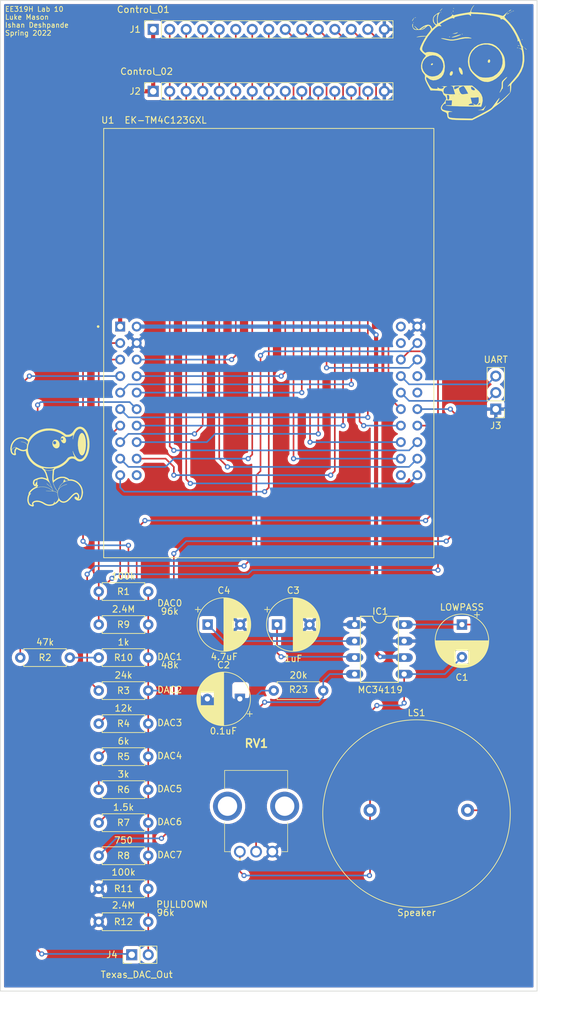
<source format=kicad_pcb>
(kicad_pcb (version 20171130) (host pcbnew "(5.1.9)-1")
  (layers (0 F.Cu signal) (31 B.Cu signal) (34 B.Paste user) (35 F.Paste user) (36 B.SilkS user) (37 F.SilkS user) (38 B.Mask user) (39 F.Mask user) (44 Edge.Cuts user))
  (net 0 "")
  (net 1 "Net-(C1-Pad1)")
  (net 2 "Net-(C1-Pad2)")
  (net 3 "Net-(C2-Pad1)")
  (net 4 "Net-(C3-Pad1)")
  (net 5 GND)
  (net 6 "Net-(C4-Pad1)")
  (net 7 "Net-(IC1-Pad4)")
  (net 8 +5V)
  (net 9 +3V3)
  (net 10 /MISO)
  (net 11 /SCK)
  (net 12 /MOSI)
  (net 13 /TFT_CS)
  (net 14 /CARD_CS)
  (net 15 /D_C)
  (net 16 /RESET)
  (net 17 /A1)
  (net 18 /B1)
  (net 19 /J1_X)
  (net 20 /J1_Y)
  (net 21 /BL1)
  (net 22 /BR1)
  (net 23 /BR2)
  (net 24 /BL2)
  (net 25 /J2_Y)
  (net 26 /J2_X)
  (net 27 /B2)
  (net 28 /A2)
  (net 29 /DAC0)
  (net 30 "Net-(R10-Pad2)")
  (net 31 /DAC1)
  (net 32 /DAC2)
  (net 33 /DAC3)
  (net 34 /DAC4)
  (net 35 /DAC5)
  (net 36 /DAC6)
  (net 37 /DAC7)
  (net 38 "Net-(U1-PadJ2_5)")
  (net 39 "Net-(U1-PadJ4_10)")
  (net 40 /DACOUT)
  (net 41 "Net-(J3-Pad3)")
  (net 42 "Net-(J3-Pad2)")
  (net 43 /TEXAS)
  (net 44 "Net-(U1-PadJ4_1)")
  (net 45 "Net-(U1-PadJ4_2)")
  (net 46 "Net-(U1-PadJ2_4)")
  (net 47 "Net-(U1-PadJ3_10)")
  (module Logos:peashooter (layer F.Cu) (at 26.67 84.455)
    (fp_text reference G*** hide)
    (fp_text value PEASHOOTER hide)
  )
  (module Logos:zombie (layer F.Cu) (at 91.44 22.225)
    (fp_text reference G*** hide)
    (fp_text value ZOMBIE hide)
  )
  (module EK-TM4C123GXL:MODULE_EK-TM4C123GXL (layer F.Cu) (at 60.325 65.405)
    (fp_text reference U1 (at -24.765 -34.29) (layer F.SilkS))
    (fp_text value EK-TM4C123GXL (at -15.875 -34.29) (layer F.SilkS))
    (pad J1_1 thru_hole rect (at -22.86 -2.54) (size 1.52 1.52) (drill 0.89) (layers *.Cu *.Mask) (net 9 +3V3))
    (pad J1_2 thru_hole circle (at -22.86 0) (size 1.52 1.52) (drill 0.89) (layers *.Cu *.Mask) (net 35 /DAC5))
    (pad J1_3 thru_hole circle (at -22.86 2.54) (size 1.52 1.52) (drill 0.89) (layers *.Cu *.Mask) (net 29 /DAC0))
    (pad J1_4 thru_hole circle (at -22.86 5.08) (size 1.52 1.52) (drill 0.89) (layers *.Cu *.Mask) (net 31 /DAC1))
    (pad J1_5 thru_hole circle (at -22.86 7.62) (size 1.52 1.52) (drill 0.89) (layers *.Cu *.Mask) (net 24 /BL2))
    (pad J1_6 thru_hole circle (at -22.86 10.16) (size 1.52 1.52) (drill 0.89) (layers *.Cu *.Mask) (net 23 /BR2))
    (pad J1_7 thru_hole circle (at -22.86 12.7) (size 1.52 1.52) (drill 0.89) (layers *.Cu *.Mask) (net 34 /DAC4))
    (pad J1_8 thru_hole circle (at -22.86 15.24) (size 1.52 1.52) (drill 0.89) (layers *.Cu *.Mask) (net 12 /MOSI))
    (pad J1_9 thru_hole circle (at -22.86 17.78) (size 1.52 1.52) (drill 0.89) (layers *.Cu *.Mask) (net 15 /D_C))
    (pad J1_10 thru_hole circle (at -22.86 20.32) (size 1.52 1.52) (drill 0.89) (layers *.Cu *.Mask) (net 16 /RESET))
    (pad J2_1 thru_hole circle (at 22.86 -2.54) (size 1.52 1.52) (drill 0.89) (layers *.Cu *.Mask) (net 5 GND))
    (pad J3_1 thru_hole circle (at -20.32 -2.54) (size 1.52 1.52) (drill 0.89) (layers *.Cu *.Mask) (net 8 +5V))
    (pad J4_1 thru_hole circle (at 20.32 -2.54) (size 1.52 1.52) (drill 0.89) (layers *.Cu *.Mask) (net 44 "Net-(U1-PadJ4_1)"))
    (pad J2_2 thru_hole circle (at 22.86 0) (size 1.52 1.52) (drill 0.89) (layers *.Cu *.Mask) (net 32 /DAC2))
    (pad J3_2 thru_hole circle (at -20.32 0) (size 1.52 1.52) (drill 0.89) (layers *.Cu *.Mask) (net 5 GND))
    (pad J4_2 thru_hole circle (at 20.32 0) (size 1.52 1.52) (drill 0.89) (layers *.Cu *.Mask) (net 45 "Net-(U1-PadJ4_2)"))
    (pad J2_3 thru_hole circle (at 22.86 2.54) (size 1.52 1.52) (drill 0.89) (layers *.Cu *.Mask) (net 19 /J1_X))
    (pad J3_3 thru_hole circle (at -20.32 2.54) (size 1.52 1.52) (drill 0.89) (layers *.Cu *.Mask) (net 14 /CARD_CS))
    (pad J4_3 thru_hole circle (at 20.32 2.54) (size 1.52 1.52) (drill 0.89) (layers *.Cu *.Mask) (net 33 /DAC3))
    (pad J2_4 thru_hole circle (at 22.86 5.08) (size 1.52 1.52) (drill 0.89) (layers *.Cu *.Mask) (net 46 "Net-(U1-PadJ2_4)"))
    (pad J3_4 thru_hole circle (at -20.32 5.08) (size 1.52 1.52) (drill 0.89) (layers *.Cu *.Mask) (net 28 /A2))
    (pad J4_4 thru_hole circle (at 20.32 5.08) (size 1.52 1.52) (drill 0.89) (layers *.Cu *.Mask) (net 41 "Net-(J3-Pad3)"))
    (pad J2_5 thru_hole circle (at 22.86 7.62) (size 1.52 1.52) (drill 0.89) (layers *.Cu *.Mask) (net 38 "Net-(U1-PadJ2_5)"))
    (pad J3_5 thru_hole circle (at -20.32 7.62) (size 1.52 1.52) (drill 0.89) (layers *.Cu *.Mask) (net 27 /B2))
    (pad J4_5 thru_hole circle (at 20.32 7.62) (size 1.52 1.52) (drill 0.89) (layers *.Cu *.Mask) (net 42 "Net-(J3-Pad2)"))
    (pad J2_6 thru_hole circle (at 22.86 10.16) (size 1.52 1.52) (drill 0.89) (layers *.Cu *.Mask) (net 37 /DAC7))
    (pad J3_6 thru_hole circle (at -20.32 10.16) (size 1.52 1.52) (drill 0.89) (layers *.Cu *.Mask) (net 43 /TEXAS))
    (pad J4_6 thru_hole circle (at 20.32 10.16) (size 1.52 1.52) (drill 0.89) (layers *.Cu *.Mask) (net 22 /BR1))
    (pad J2_7 thru_hole circle (at 22.86 12.7) (size 1.52 1.52) (drill 0.89) (layers *.Cu *.Mask) (net 36 /DAC6))
    (pad J3_7 thru_hole circle (at -20.32 12.7) (size 1.52 1.52) (drill 0.89) (layers *.Cu *.Mask) (net 20 /J1_Y))
    (pad J4_7 thru_hole circle (at 20.32 12.7) (size 1.52 1.52) (drill 0.89) (layers *.Cu *.Mask) (net 21 /BL1))
    (pad J2_8 thru_hole circle (at 22.86 15.24) (size 1.52 1.52) (drill 0.89) (layers *.Cu *.Mask) (net 10 /MISO))
    (pad J3_8 thru_hole circle (at -20.32 15.24) (size 1.52 1.52) (drill 0.89) (layers *.Cu *.Mask) (net 26 /J2_X))
    (pad J4_8 thru_hole circle (at 20.32 15.24) (size 1.52 1.52) (drill 0.89) (layers *.Cu *.Mask) (net 18 /B1))
    (pad J2_9 thru_hole circle (at 22.86 17.78) (size 1.52 1.52) (drill 0.89) (layers *.Cu *.Mask) (net 13 /TFT_CS))
    (pad J3_9 thru_hole circle (at -20.32 17.78) (size 1.52 1.52) (drill 0.89) (layers *.Cu *.Mask) (net 25 /J2_Y))
    (pad J4_9 thru_hole circle (at 20.32 17.78) (size 1.52 1.52) (drill 0.89) (layers *.Cu *.Mask) (net 17 /A1))
    (pad J2_10 thru_hole circle (at 22.86 20.32) (size 1.52 1.52) (drill 0.89) (layers *.Cu *.Mask) (net 11 /SCK))
    (pad J3_10 thru_hole circle (at -20.32 20.32) (size 1.52 1.52) (drill 0.89) (layers *.Cu *.Mask) (net 47 "Net-(U1-PadJ3_10)"))
    (pad J4_10 thru_hole circle (at 20.32 20.32) (size 1.52 1.52) (drill 0.89) (layers *.Cu *.Mask) (net 39 "Net-(U1-PadJ4_10)"))
  )
  (module AST-03008MR-R:AST-03008MR-R (layer F.Cu) (at 83.058 137.287)
    (fp_text reference LS1 (at 0 -15) (layer F.SilkS))
    (fp_text value Speaker (at 0 15.748) (layer F.SilkS))
    (pad 2 thru_hole circle (at 7.85 0) (size 2 2) (drill 1) (layers *.Cu *.Mask) (net 1 "Net-(C1-Pad1)"))
    (pad 1 thru_hole circle (at -7.15 0) (size 2 2) (drill 1) (layers *.Cu *.Mask) (net 2 "Net-(C1-Pad2)"))
  )
  (module Resistor_THT:R_Axial_DIN0207_L6.3mm_D2.5mm_P7.62mm_Horizontal (layer F.Cu) (at 34.163 154.432)
    (fp_text reference R12 (at 3.81 0) (layer F.SilkS))
    (fp_text value 2.4M (at 3.81 -2.54) (layer F.SilkS))
    (pad 2 thru_hole oval (at 7.62 0) (size 1.6 1.6) (drill 0.8) (layers *.Cu *.Mask) (net 40 /DACOUT))
    (pad 1 thru_hole circle (at 0 0) (size 1.6 1.6) (drill 0.8) (layers *.Cu *.Mask) (net 5 GND))
  )
  (module Resistor_THT:R_Axial_DIN0207_L6.3mm_D2.5mm_P7.62mm_Horizontal (layer F.Cu) (at 34.163 149.352)
    (fp_text reference R11 (at 3.81 0) (layer F.SilkS))
    (fp_text value 100k (at 3.81 -2.54) (layer F.SilkS))
    (pad 2 thru_hole oval (at 7.62 0) (size 1.6 1.6) (drill 0.8) (layers *.Cu *.Mask) (net 40 /DACOUT))
    (pad 1 thru_hole circle (at 0 0) (size 1.6 1.6) (drill 0.8) (layers *.Cu *.Mask) (net 5 GND))
  )
  (module Resistor_THT:R_Axial_DIN0207_L6.3mm_D2.5mm_P7.62mm_Horizontal (layer F.Cu) (at 41.783 103.632 180)
    (fp_text reference R1 (at 3.81 0) (layer F.SilkS))
    (fp_text value 100k (at 3.81 2.37) (layer F.SilkS))
    (pad 2 thru_hole oval (at 7.62 0 180) (size 1.6 1.6) (drill 0.8) (layers *.Cu *.Mask) (net 29 /DAC0))
    (pad 1 thru_hole circle (at 0 0 180) (size 1.6 1.6) (drill 0.8) (layers *.Cu *.Mask) (net 40 /DACOUT))
  )
  (module Resistor_THT:R_Axial_DIN0207_L6.3mm_D2.5mm_P7.62mm_Horizontal (layer F.Cu) (at 29.718 113.792 180)
    (fp_text reference R2 (at 3.81 0) (layer F.SilkS))
    (fp_text value 47k (at 3.81 2.37) (layer F.SilkS))
    (pad 2 thru_hole oval (at 7.62 0 180) (size 1.6 1.6) (drill 0.8) (layers *.Cu *.Mask) (net 31 /DAC1))
    (pad 1 thru_hole circle (at 0 0 180) (size 1.6 1.6) (drill 0.8) (layers *.Cu *.Mask) (net 30 "Net-(R10-Pad2)"))
  )
  (module Resistor_THT:R_Axial_DIN0207_L6.3mm_D2.5mm_P7.62mm_Horizontal (layer F.Cu) (at 41.783 118.872 180)
    (fp_text reference R3 (at 3.81 0) (layer F.SilkS))
    (fp_text value 24k (at 3.81 2.37) (layer F.SilkS))
    (pad 2 thru_hole oval (at 7.62 0 180) (size 1.6 1.6) (drill 0.8) (layers *.Cu *.Mask) (net 32 /DAC2))
    (pad 1 thru_hole circle (at 0 0 180) (size 1.6 1.6) (drill 0.8) (layers *.Cu *.Mask) (net 40 /DACOUT))
  )
  (module Resistor_THT:R_Axial_DIN0207_L6.3mm_D2.5mm_P7.62mm_Horizontal (layer F.Cu) (at 41.783 123.952 180)
    (fp_text reference R4 (at 3.81 0) (layer F.SilkS))
    (fp_text value 12k (at 3.81 2.37) (layer F.SilkS))
    (pad 2 thru_hole oval (at 7.62 0 180) (size 1.6 1.6) (drill 0.8) (layers *.Cu *.Mask) (net 33 /DAC3))
    (pad 1 thru_hole circle (at 0 0 180) (size 1.6 1.6) (drill 0.8) (layers *.Cu *.Mask) (net 40 /DACOUT))
  )
  (module Resistor_THT:R_Axial_DIN0207_L6.3mm_D2.5mm_P7.62mm_Horizontal (layer F.Cu) (at 41.783 129.032 180)
    (fp_text reference R5 (at 3.81 0) (layer F.SilkS))
    (fp_text value 6k (at 3.81 2.37) (layer F.SilkS))
    (pad 2 thru_hole oval (at 7.62 0 180) (size 1.6 1.6) (drill 0.8) (layers *.Cu *.Mask) (net 34 /DAC4))
    (pad 1 thru_hole circle (at 0 0 180) (size 1.6 1.6) (drill 0.8) (layers *.Cu *.Mask) (net 40 /DACOUT))
  )
  (module Resistor_THT:R_Axial_DIN0207_L6.3mm_D2.5mm_P7.62mm_Horizontal (layer F.Cu) (at 41.783 134.112 180)
    (fp_text reference R6 (at 3.81 0) (layer F.SilkS))
    (fp_text value 3k (at 3.81 2.37) (layer F.SilkS))
    (pad 2 thru_hole oval (at 7.62 0 180) (size 1.6 1.6) (drill 0.8) (layers *.Cu *.Mask) (net 35 /DAC5))
    (pad 1 thru_hole circle (at 0 0 180) (size 1.6 1.6) (drill 0.8) (layers *.Cu *.Mask) (net 40 /DACOUT))
  )
  (module Resistor_THT:R_Axial_DIN0207_L6.3mm_D2.5mm_P7.62mm_Horizontal (layer F.Cu) (at 41.783 139.192 180)
    (fp_text reference R7 (at 3.81 0) (layer F.SilkS))
    (fp_text value 1.5k (at 3.81 2.37) (layer F.SilkS))
    (pad 2 thru_hole oval (at 7.62 0 180) (size 1.6 1.6) (drill 0.8) (layers *.Cu *.Mask) (net 36 /DAC6))
    (pad 1 thru_hole circle (at 0 0 180) (size 1.6 1.6) (drill 0.8) (layers *.Cu *.Mask) (net 40 /DACOUT))
  )
  (module Resistor_THT:R_Axial_DIN0207_L6.3mm_D2.5mm_P7.62mm_Horizontal (layer F.Cu) (at 41.783 144.272 180)
    (fp_text reference R8 (at 3.81 0) (layer F.SilkS))
    (fp_text value 750 (at 3.81 2.37) (layer F.SilkS))
    (pad 2 thru_hole oval (at 7.62 0 180) (size 1.6 1.6) (drill 0.8) (layers *.Cu *.Mask) (net 37 /DAC7))
    (pad 1 thru_hole circle (at 0 0 180) (size 1.6 1.6) (drill 0.8) (layers *.Cu *.Mask) (net 40 /DACOUT))
  )
  (module Resistor_THT:R_Axial_DIN0207_L6.3mm_D2.5mm_P7.62mm_Horizontal (layer F.Cu) (at 41.783 108.712 180)
    (fp_text reference R9 (at 3.81 0) (layer F.SilkS))
    (fp_text value 2.4M (at 3.81 2.37) (layer F.SilkS))
    (pad 2 thru_hole oval (at 7.62 0 180) (size 1.6 1.6) (drill 0.8) (layers *.Cu *.Mask) (net 29 /DAC0))
    (pad 1 thru_hole circle (at 0 0 180) (size 1.6 1.6) (drill 0.8) (layers *.Cu *.Mask) (net 40 /DACOUT))
  )
  (module Resistor_THT:R_Axial_DIN0207_L6.3mm_D2.5mm_P7.62mm_Horizontal (layer F.Cu) (at 41.783 113.792 180)
    (fp_text reference R10 (at 3.81 0) (layer F.SilkS))
    (fp_text value 1k (at 3.81 2.37) (layer F.SilkS))
    (pad 2 thru_hole oval (at 7.62 0 180) (size 1.6 1.6) (drill 0.8) (layers *.Cu *.Mask) (net 30 "Net-(R10-Pad2)"))
    (pad 1 thru_hole circle (at 0 0 180) (size 1.6 1.6) (drill 0.8) (layers *.Cu *.Mask) (net 40 /DACOUT))
  )
  (module Resistor_THT:R_Axial_DIN0207_L6.3mm_D2.5mm_P7.62mm_Horizontal (layer F.Cu) (at 68.707 118.872 180)
    (fp_text reference R23 (at 3.81 0.17) (layer F.SilkS))
    (fp_text value 20k (at 3.81 2.37) (layer F.SilkS))
    (pad 2 thru_hole oval (at 7.62 0 180) (size 1.6 1.6) (drill 0.8) (layers *.Cu *.Mask) (net 3 "Net-(C2-Pad1)"))
    (pad 1 thru_hole circle (at 0 0 180) (size 1.6 1.6) (drill 0.8) (layers *.Cu *.Mask) (net 7 "Net-(IC1-Pad4)"))
  )
  (module Connector_PinHeader_2.54mm:PinHeader_1x02_P2.54mm_Vertical (layer F.Cu) (at 39.243 159.512 90)
    (fp_text reference J4 (at 0 -3.048 180) (layer F.SilkS))
    (fp_text value Texas_DAC_Out (at -3.048 0.762 180) (layer F.SilkS))
    (pad 1 thru_hole rect (at 0 0 90) (size 1.7 1.7) (drill 1) (layers *.Cu *.Mask) (net 43 /TEXAS))
    (pad 2 thru_hole oval (at 0 2.54 90) (size 1.7 1.7) (drill 1) (layers *.Cu *.Mask) (net 40 /DACOUT))
  )
  (module Connector_PinHeader_2.54mm:PinHeader_1x03_P2.54mm_Vertical (layer F.Cu) (at 95.25 75.565 180)
    (fp_text reference J3 (at 0 -2.54) (layer F.SilkS))
    (fp_text value UART (at 0 7.62) (layer F.SilkS))
    (pad 1 thru_hole rect (at 0 0 180) (size 1.7 1.7) (drill 1) (layers *.Cu *.Mask) (net 5 GND))
    (pad 2 thru_hole oval (at 0 2.54 180) (size 1.7 1.7) (drill 1) (layers *.Cu *.Mask) (net 42 "Net-(J3-Pad2)"))
    (pad 3 thru_hole oval (at 0 5.08 180) (size 1.7 1.7) (drill 1) (layers *.Cu *.Mask) (net 41 "Net-(J3-Pad3)"))
  )
  (module Capacitor_THT:CP_Radial_D8.0mm_P5.00mm (layer F.Cu) (at 90.043 108.712 270)
    (fp_text reference C1 (at 8.128 0 180) (layer F.SilkS))
    (fp_text value LOWPASS (at -2.667 0 180) (layer F.SilkS))
    (pad 1 thru_hole rect (at 0 0 270) (size 1.6 1.6) (drill 0.8) (layers *.Cu *.Mask) (net 1 "Net-(C1-Pad1)"))
    (pad 2 thru_hole circle (at 5 0 270) (size 1.6 1.6) (drill 0.8) (layers *.Cu *.Mask) (net 2 "Net-(C1-Pad2)"))
  )
  (module Capacitor_THT:CP_Radial_D8.0mm_P5.00mm (layer F.Cu) (at 55.88 120.142 180)
    (fp_text reference C2 (at 2.5 5.207) (layer F.SilkS))
    (fp_text value 0.1uF (at 2.54 -4.953) (layer F.SilkS))
    (pad 2 thru_hole circle (at 5 0 180) (size 1.6 1.6) (drill 0.8) (layers *.Cu *.Mask) (net 40 /DACOUT))
    (pad 1 thru_hole rect (at 0 0 180) (size 1.6 1.6) (drill 0.8) (layers *.Cu *.Mask) (net 3 "Net-(C2-Pad1)"))
  )
  (module Capacitor_THT:CP_Radial_D8.0mm_P5.00mm (layer F.Cu) (at 61.595 108.712)
    (fp_text reference C3 (at 2.5 -5.25) (layer F.SilkS))
    (fp_text value 1uF (at 2.5 5.25) (layer F.SilkS))
    (pad 1 thru_hole rect (at 0 0) (size 1.6 1.6) (drill 0.8) (layers *.Cu *.Mask) (net 4 "Net-(C3-Pad1)"))
    (pad 2 thru_hole circle (at 5 0) (size 1.6 1.6) (drill 0.8) (layers *.Cu *.Mask) (net 5 GND))
  )
  (module Capacitor_THT:CP_Radial_D8.0mm_P5.00mm (layer F.Cu) (at 50.927 108.712)
    (fp_text reference C4 (at 2.5 -5.25) (layer F.SilkS))
    (fp_text value 4.7uF (at 2.54 4.953) (layer F.SilkS))
    (pad 2 thru_hole circle (at 5 0) (size 1.6 1.6) (drill 0.8) (layers *.Cu *.Mask) (net 5 GND))
    (pad 1 thru_hole rect (at 0 0) (size 1.6 1.6) (drill 0.8) (layers *.Cu *.Mask) (net 6 "Net-(C4-Pad1)"))
  )
  (module MC34119:DIL08 (layer F.Cu) (at 77.343 112.522 270)
    (fp_text reference IC1 (at -5.842 -0.127) (layer F.SilkS) (effects (font (size 1.000685 1.000685))))
    (fp_text value MC34119 (at 6.223 -0.127 180) (layer F.SilkS) (effects (font (size 1.000307 1.000307))))
    (pad 1 thru_hole oval (at -3.81 3.81 270) (size 1.3208 2.6416) (drill 0.8128) (layers *.Cu *.Mask) (net 5 GND))
    (pad 2 thru_hole oval (at -1.27 3.81 270) (size 1.3208 2.6416) (drill 0.8128) (layers *.Cu *.Mask) (net 6 "Net-(C4-Pad1)"))
    (pad 7 thru_hole oval (at -1.27 -3.81 270) (size 1.3208 2.6416) (drill 0.8128) (layers *.Cu *.Mask) (net 5 GND))
    (pad 8 thru_hole oval (at -3.81 -3.81 270) (size 1.3208 2.6416) (drill 0.8128) (layers *.Cu *.Mask) (net 1 "Net-(C1-Pad1)"))
    (pad 3 thru_hole oval (at 1.27 3.81 270) (size 1.3208 2.6416) (drill 0.8128) (layers *.Cu *.Mask) (net 4 "Net-(C3-Pad1)"))
    (pad 4 thru_hole oval (at 3.81 3.81 270) (size 1.3208 2.6416) (drill 0.8128) (layers *.Cu *.Mask) (net 7 "Net-(IC1-Pad4)"))
    (pad 6 thru_hole oval (at 1.27 -3.81 270) (size 1.3208 2.6416) (drill 0.8128) (layers *.Cu *.Mask) (net 8 +5V))
    (pad 5 thru_hole oval (at 3.81 -3.81 270) (size 1.3208 2.6416) (drill 0.8128) (layers *.Cu *.Mask) (net 2 "Net-(C1-Pad2)"))
  )
  (module Connector_PinSocket_2.54mm:PinSocket_1x15_P2.54mm_Vertical (layer F.Cu) (at 42.545 17.145 90)
    (fp_text reference J1 (at 0 -2.77 180) (layer F.SilkS))
    (fp_text value Control_01 (at 3.048 -1.524 180) (layer F.SilkS))
    (pad 1 thru_hole rect (at 0 0 90) (size 1.7 1.7) (drill 1) (layers *.Cu *.Mask) (net 9 +3V3))
    (pad 2 thru_hole oval (at 0 2.54 90) (size 1.7 1.7) (drill 1) (layers *.Cu *.Mask) (net 10 /MISO))
    (pad 3 thru_hole oval (at 0 5.08 90) (size 1.7 1.7) (drill 1) (layers *.Cu *.Mask) (net 11 /SCK))
    (pad 4 thru_hole oval (at 0 7.62 90) (size 1.7 1.7) (drill 1) (layers *.Cu *.Mask) (net 12 /MOSI))
    (pad 5 thru_hole oval (at 0 10.16 90) (size 1.7 1.7) (drill 1) (layers *.Cu *.Mask) (net 13 /TFT_CS))
    (pad 6 thru_hole oval (at 0 12.7 90) (size 1.7 1.7) (drill 1) (layers *.Cu *.Mask) (net 14 /CARD_CS))
    (pad 7 thru_hole oval (at 0 15.24 90) (size 1.7 1.7) (drill 1) (layers *.Cu *.Mask) (net 15 /D_C))
    (pad 8 thru_hole oval (at 0 17.78 90) (size 1.7 1.7) (drill 1) (layers *.Cu *.Mask) (net 16 /RESET))
    (pad 9 thru_hole oval (at 0 20.32 90) (size 1.7 1.7) (drill 1) (layers *.Cu *.Mask) (net 17 /A1))
    (pad 10 thru_hole oval (at 0 22.86 90) (size 1.7 1.7) (drill 1) (layers *.Cu *.Mask) (net 18 /B1))
    (pad 11 thru_hole oval (at 0 25.4 90) (size 1.7 1.7) (drill 1) (layers *.Cu *.Mask) (net 19 /J1_X))
    (pad 12 thru_hole oval (at 0 27.94 90) (size 1.7 1.7) (drill 1) (layers *.Cu *.Mask) (net 20 /J1_Y))
    (pad 13 thru_hole oval (at 0 30.48 90) (size 1.7 1.7) (drill 1) (layers *.Cu *.Mask) (net 21 /BL1))
    (pad 14 thru_hole oval (at 0 33.02 90) (size 1.7 1.7) (drill 1) (layers *.Cu *.Mask) (net 22 /BR1))
    (pad 15 thru_hole oval (at 0 35.56 90) (size 1.7 1.7) (drill 1) (layers *.Cu *.Mask) (net 5 GND))
  )
  (module Connector_PinSocket_2.54mm:PinSocket_1x15_P2.54mm_Vertical (layer F.Cu) (at 42.545 26.67 90)
    (fp_text reference J2 (at 0 -2.77 180) (layer F.SilkS))
    (fp_text value Control_02 (at 3.048 -1.016 180) (layer F.SilkS))
    (pad 15 thru_hole oval (at 0 35.56 90) (size 1.7 1.7) (drill 1) (layers *.Cu *.Mask) (net 5 GND))
    (pad 14 thru_hole oval (at 0 33.02 90) (size 1.7 1.7) (drill 1) (layers *.Cu *.Mask) (net 23 /BR2))
    (pad 13 thru_hole oval (at 0 30.48 90) (size 1.7 1.7) (drill 1) (layers *.Cu *.Mask) (net 24 /BL2))
    (pad 12 thru_hole oval (at 0 27.94 90) (size 1.7 1.7) (drill 1) (layers *.Cu *.Mask) (net 25 /J2_Y))
    (pad 11 thru_hole oval (at 0 25.4 90) (size 1.7 1.7) (drill 1) (layers *.Cu *.Mask) (net 26 /J2_X))
    (pad 10 thru_hole oval (at 0 22.86 90) (size 1.7 1.7) (drill 1) (layers *.Cu *.Mask) (net 27 /B2))
    (pad 9 thru_hole oval (at 0 20.32 90) (size 1.7 1.7) (drill 1) (layers *.Cu *.Mask) (net 28 /A2))
    (pad 8 thru_hole oval (at 0 17.78 90) (size 1.7 1.7) (drill 1) (layers *.Cu *.Mask) (net 16 /RESET))
    (pad 7 thru_hole oval (at 0 15.24 90) (size 1.7 1.7) (drill 1) (layers *.Cu *.Mask) (net 15 /D_C))
    (pad 6 thru_hole oval (at 0 12.7 90) (size 1.7 1.7) (drill 1) (layers *.Cu *.Mask) (net 14 /CARD_CS))
    (pad 5 thru_hole oval (at 0 10.16 90) (size 1.7 1.7) (drill 1) (layers *.Cu *.Mask) (net 13 /TFT_CS))
    (pad 4 thru_hole oval (at 0 7.62 90) (size 1.7 1.7) (drill 1) (layers *.Cu *.Mask) (net 12 /MOSI))
    (pad 3 thru_hole oval (at 0 5.08 90) (size 1.7 1.7) (drill 1) (layers *.Cu *.Mask) (net 11 /SCK))
    (pad 2 thru_hole oval (at 0 2.54 90) (size 1.7 1.7) (drill 1) (layers *.Cu *.Mask) (net 10 /MISO))
    (pad 1 thru_hole rect (at 0 0 90) (size 1.7 1.7) (drill 1) (layers *.Cu *.Mask) (net 9 +3V3))
  )
  (module SamacSys_Parts:PTV09A4020FB103 (layer F.Cu) (at 58.375 138.052)
    (fp_text reference RV1 (at 0.045 -11.052) (layer F.SilkS) (effects (font (size 1.27 1.27) (thickness 0.254))))
    (fp_text value VOL_POT hide)
    (pad 1 thru_hole circle (at -2.5 5.6) (size 1.8 1.8) (drill 1.2) (layers *.Cu *.Mask) (net 2 "Net-(C1-Pad2)"))
    (pad 2 thru_hole circle (at 0 5.6) (size 1.8 1.8) (drill 1.2) (layers *.Cu *.Mask) (net 7 "Net-(IC1-Pad4)"))
    (pad 3 thru_hole circle (at 2.5 5.6) (size 1.8 1.8) (drill 1.2) (layers *.Cu *.Mask) (net 5 GND))
    (pad 4 thru_hole circle (at -4.4 -1.4) (size 4.46 4.46) (drill 2.9732) (layers *.Cu *.Mask))
    (pad 5 thru_hole circle (at 4.4 -1.4) (size 4.46 4.46) (drill 2.9732) (layers *.Cu *.Mask))
  )
  (gr_text "EE319H Lab 10\nLuke Mason\nIshan Deshpande\nSpring 2022" (at 19.685 15.875) (layer F.SilkS) (effects (font (size 0.762 0.762) (thickness 0.127)) (justify left)))
  (gr_text 96k (at 44.45 153.035) (layer F.SilkS) (effects (font (size 1 1))))
  (gr_text 48k (at 45.085 114.935) (layer F.SilkS) (effects (font (size 1 1))))
  (gr_text 96k (at 45.085 106.68) (layer F.SilkS) (effects (font (size 1 1))))
  (gr_text DAC0 (at 45.085 105.41) (layer F.SilkS) (effects (font (size 1 1))))
  (gr_text DAC1 (at 45.085 113.665) (layer F.SilkS) (effects (font (size 1 1))))
  (gr_text DAC2 (at 45.085 118.745) (layer F.SilkS) (effects (font (size 1 1))))
  (gr_text DAC3 (at 45.085 123.825) (layer F.SilkS) (effects (font (size 1 1))))
  (gr_text DAC4 (at 45.085 128.905) (layer F.SilkS) (effects (font (size 1 1))))
  (gr_text DAC5 (at 45.085 133.985) (layer F.SilkS) (effects (font (size 1 1))))
  (gr_text DAC6 (at 45.085 139.065) (layer F.SilkS) (effects (font (size 1 1))))
  (gr_text DAC7 (at 45.085 144.145) (layer F.SilkS) (effects (font (size 1 1))))
  (gr_text PULLDOWN (at 46.99 151.765) (layer F.SilkS) (effects (font (size 1 1))))
  (gr_line (start 101.6 12.7) (end 101.6 165.1) (layer Edge.Cuts) (width 0.1))
  (gr_line (start 19.05 12.7) (end 101.6 12.7) (layer Edge.Cuts) (width 0.1))
  (gr_line (start 19.05 165.1) (end 19.05 12.7) (layer Edge.Cuts) (width 0.1))
  (gr_line (start 101.6 165.1) (end 19.05 165.1) (layer Edge.Cuts) (width 0.1))
  (segment (start 90.908 137.287) (end 93.853 137.287) (width 0.25) (layer F.Cu) (net 1))
  (segment (start 93.853 137.287) (end 95.25 135.89) (width 0.25) (layer F.Cu) (net 1))
  (segment (start 95.25 135.89) (end 95.25 110.49) (width 0.25) (layer F.Cu) (net 1))
  (segment (start 93.472 108.712) (end 90.043 108.712) (width 0.25) (layer F.Cu) (net 1))
  (segment (start 95.25 110.49) (end 93.472 108.712) (width 0.25) (layer F.Cu) (net 1))
  (segment (start 90.043 108.712) (end 81.153 108.712) (width 0.25) (layer B.Cu) (net 1))
  (segment (start 55.875 143.652) (end 55.875 146.68) (width 0.25) (layer F.Cu) (net 2))
  (via (at 56.515 147.32) (size 0.8) (drill 0.4) (layers F.Cu B.Cu) (net 2))
  (segment (start 55.875 146.68) (end 56.515 147.32) (width 0.25) (layer F.Cu) (net 2))
  (via (at 75.819 147.32) (size 0.8) (drill 0.4) (layers F.Cu B.Cu) (net 2))
  (segment (start 75.908 147.231) (end 75.819 147.32) (width 0.25) (layer F.Cu) (net 2))
  (segment (start 75.908 137.287) (end 75.908 147.231) (width 0.25) (layer F.Cu) (net 2))
  (segment (start 75.819 147.32) (end 75.311 147.32) (width 0.25) (layer B.Cu) (net 2))
  (segment (start 75.311 147.32) (end 75.565 147.32) (width 0.25) (layer B.Cu) (net 2))
  (segment (start 56.515 147.32) (end 75.311 147.32) (width 0.25) (layer B.Cu) (net 2))
  (via (at 76.962 121.158) (size 0.8) (drill 0.4) (layers F.Cu B.Cu) (net 2))
  (segment (start 75.908 122.212) (end 76.962 121.158) (width 0.25) (layer F.Cu) (net 2))
  (segment (start 75.908 137.287) (end 75.908 122.212) (width 0.25) (layer F.Cu) (net 2))
  (via (at 81.153 120.777) (size 0.8) (drill 0.4) (layers F.Cu B.Cu) (net 2))
  (segment (start 80.772 121.158) (end 81.153 120.777) (width 0.25) (layer B.Cu) (net 2))
  (segment (start 76.962 121.158) (end 80.772 121.158) (width 0.25) (layer B.Cu) (net 2))
  (segment (start 81.153 120.777) (end 81.153 116.332) (width 0.25) (layer F.Cu) (net 2))
  (segment (start 87.423 116.332) (end 90.043 113.712) (width 0.25) (layer B.Cu) (net 2))
  (segment (start 81.153 116.332) (end 87.423 116.332) (width 0.25) (layer B.Cu) (net 2))
  (segment (start 55.88 120.142) (end 57.912 120.142) (width 0.25) (layer B.Cu) (net 3))
  (segment (start 59.182 118.872) (end 61.087 118.872) (width 0.25) (layer B.Cu) (net 3))
  (segment (start 57.912 120.142) (end 59.182 118.872) (width 0.25) (layer B.Cu) (net 3))
  (via (at 62.23 113.665) (size 0.8) (drill 0.4) (layers F.Cu B.Cu) (net 4))
  (segment (start 61.595 113.03) (end 62.23 113.665) (width 0.25) (layer F.Cu) (net 4))
  (segment (start 61.595 108.712) (end 61.595 113.03) (width 0.25) (layer F.Cu) (net 4))
  (segment (start 73.406 113.665) (end 73.533 113.792) (width 0.25) (layer B.Cu) (net 4))
  (segment (start 62.23 113.665) (end 73.406 113.665) (width 0.25) (layer B.Cu) (net 4))
  (segment (start 53.467 111.252) (end 73.533 111.252) (width 0.25) (layer B.Cu) (net 6))
  (segment (start 50.927 108.712) (end 53.467 111.252) (width 0.25) (layer B.Cu) (net 6))
  (segment (start 73.533 116.332) (end 69.723 116.332) (width 0.25) (layer B.Cu) (net 7))
  (segment (start 68.707 117.348) (end 68.707 118.872) (width 0.25) (layer B.Cu) (net 7))
  (segment (start 69.723 116.332) (end 68.707 117.348) (width 0.25) (layer B.Cu) (net 7))
  (via (at 59.69 120.65) (size 0.8) (drill 0.4) (layers F.Cu B.Cu) (net 7))
  (segment (start 58.375 121.965) (end 59.69 120.65) (width 0.25) (layer F.Cu) (net 7))
  (segment (start 58.375 143.652) (end 58.375 121.965) (width 0.25) (layer F.Cu) (net 7))
  (segment (start 68.707 119.888) (end 68.707 118.872) (width 0.25) (layer B.Cu) (net 7))
  (segment (start 67.945 120.65) (end 68.707 119.888) (width 0.25) (layer B.Cu) (net 7))
  (segment (start 59.69 120.65) (end 67.945 120.65) (width 0.25) (layer B.Cu) (net 7))
  (via (at 76.835 64.135) (size 0.8) (drill 0.4) (layers F.Cu B.Cu) (net 8))
  (segment (start 75.565 62.865) (end 76.835 64.135) (width 0.635) (layer B.Cu) (net 8))
  (segment (start 40.005 62.865) (end 75.565 62.865) (width 0.635) (layer B.Cu) (net 8))
  (segment (start 76.835 64.135) (end 76.835 109.855) (width 0.635) (layer F.Cu) (net 8))
  (via (at 77.47 113.665) (size 0.8) (drill 0.4) (layers F.Cu B.Cu) (net 8))
  (segment (start 76.835 113.03) (end 77.47 113.665) (width 0.635) (layer F.Cu) (net 8))
  (segment (start 76.835 109.855) (end 76.835 113.03) (width 0.635) (layer F.Cu) (net 8))
  (segment (start 81.026 113.665) (end 81.153 113.792) (width 0.635) (layer B.Cu) (net 8))
  (segment (start 77.47 113.665) (end 81.026 113.665) (width 0.635) (layer B.Cu) (net 8))
  (segment (start 42.545 17.145) (end 42.545 26.67) (width 0.635) (layer F.Cu) (net 9))
  (segment (start 42.545 26.67) (end 39.37 26.67) (width 0.635) (layer F.Cu) (net 9))
  (segment (start 37.465 28.575) (end 37.465 62.865) (width 0.635) (layer F.Cu) (net 9))
  (segment (start 39.37 26.67) (end 37.465 28.575) (width 0.635) (layer F.Cu) (net 9))
  (segment (start 45.085 17.145) (end 45.085 26.67) (width 0.25) (layer F.Cu) (net 10))
  (via (at 45.72 81.915) (size 0.8) (drill 0.4) (layers F.Cu B.Cu) (net 10))
  (segment (start 45.085 81.28) (end 45.72 81.915) (width 0.25) (layer F.Cu) (net 10))
  (segment (start 45.085 26.67) (end 45.085 81.28) (width 0.25) (layer F.Cu) (net 10))
  (segment (start 45.72 81.915) (end 81.915 81.915) (width 0.25) (layer B.Cu) (net 10))
  (segment (start 81.915 81.915) (end 83.185 80.645) (width 0.25) (layer B.Cu) (net 10))
  (segment (start 47.625 17.145) (end 47.625 26.67) (width 0.25) (layer F.Cu) (net 11))
  (via (at 48.26 86.995) (size 0.8) (drill 0.4) (layers F.Cu B.Cu) (net 11))
  (segment (start 47.625 86.36) (end 48.26 86.995) (width 0.25) (layer F.Cu) (net 11))
  (segment (start 47.625 26.67) (end 47.625 86.36) (width 0.25) (layer F.Cu) (net 11))
  (segment (start 81.915 86.995) (end 83.185 85.725) (width 0.25) (layer B.Cu) (net 11))
  (segment (start 48.26 86.995) (end 81.915 86.995) (width 0.25) (layer B.Cu) (net 11))
  (segment (start 50.165 17.145) (end 50.165 26.67) (width 0.25) (layer F.Cu) (net 12))
  (segment (start 50.165 78.105) (end 48.895 79.375) (width 0.25) (layer F.Cu) (net 12))
  (via (at 48.895 79.375) (size 0.8) (drill 0.4) (layers F.Cu B.Cu) (net 12))
  (segment (start 50.165 26.67) (end 50.165 78.105) (width 0.25) (layer F.Cu) (net 12))
  (segment (start 38.735 79.375) (end 37.465 80.645) (width 0.25) (layer B.Cu) (net 12))
  (segment (start 48.895 79.375) (end 38.735 79.375) (width 0.25) (layer B.Cu) (net 12))
  (segment (start 52.705 17.145) (end 52.705 26.67) (width 0.25) (layer F.Cu) (net 13))
  (via (at 53.975 84.455) (size 0.8) (drill 0.4) (layers F.Cu B.Cu) (net 13))
  (segment (start 52.705 83.185) (end 53.975 84.455) (width 0.25) (layer F.Cu) (net 13))
  (segment (start 52.705 26.67) (end 52.705 83.185) (width 0.25) (layer F.Cu) (net 13))
  (segment (start 53.975 84.455) (end 81.915 84.455) (width 0.25) (layer B.Cu) (net 13))
  (segment (start 81.915 84.455) (end 83.185 83.185) (width 0.25) (layer B.Cu) (net 13))
  (segment (start 55.245 17.145) (end 55.245 26.67) (width 0.25) (layer F.Cu) (net 14))
  (via (at 54.61 67.945) (size 0.8) (drill 0.4) (layers F.Cu B.Cu) (net 14))
  (segment (start 55.245 67.31) (end 54.61 67.945) (width 0.25) (layer F.Cu) (net 14))
  (segment (start 55.245 26.67) (end 55.245 67.31) (width 0.25) (layer F.Cu) (net 14))
  (segment (start 54.61 67.945) (end 40.005 67.945) (width 0.25) (layer B.Cu) (net 14))
  (segment (start 57.785 17.145) (end 57.785 26.67) (width 0.25) (layer F.Cu) (net 15))
  (segment (start 57.785 82.55) (end 57.15 83.185) (width 0.25) (layer F.Cu) (net 15))
  (via (at 57.15 83.185) (size 0.8) (drill 0.4) (layers F.Cu B.Cu) (net 15))
  (segment (start 57.785 26.67) (end 57.785 82.55) (width 0.25) (layer F.Cu) (net 15))
  (segment (start 57.15 83.185) (end 45.72 83.185) (width 0.25) (layer B.Cu) (net 15))
  (segment (start 45.72 83.185) (end 44.45 84.455) (width 0.25) (layer B.Cu) (net 15))
  (segment (start 38.1 83.82) (end 37.465 83.185) (width 0.25) (layer B.Cu) (net 15))
  (segment (start 38.1 83.82) (end 38.735 84.455) (width 0.25) (layer B.Cu) (net 15))
  (segment (start 44.45 84.455) (end 38.735 84.455) (width 0.25) (layer B.Cu) (net 15))
  (segment (start 60.325 17.145) (end 60.325 26.67) (width 0.25) (layer F.Cu) (net 16))
  (via (at 59.69 88.265) (size 0.8) (drill 0.4) (layers F.Cu B.Cu) (net 16))
  (segment (start 60.325 87.63) (end 59.69 88.265) (width 0.25) (layer F.Cu) (net 16))
  (segment (start 60.325 26.67) (end 60.325 87.63) (width 0.25) (layer F.Cu) (net 16))
  (segment (start 59.69 88.265) (end 38.1 88.265) (width 0.25) (layer B.Cu) (net 16))
  (segment (start 38.1 88.265) (end 37.465 87.63) (width 0.25) (layer B.Cu) (net 16))
  (segment (start 37.465 87.63) (end 37.465 85.725) (width 0.25) (layer B.Cu) (net 16))
  (segment (start 62.865 17.145) (end 64.135 18.415) (width 0.25) (layer F.Cu) (net 17))
  (via (at 64.135 83.185) (size 0.8) (drill 0.4) (layers F.Cu B.Cu) (net 17))
  (segment (start 64.135 18.415) (end 64.135 83.185) (width 0.25) (layer F.Cu) (net 17))
  (segment (start 64.135 83.185) (end 80.645 83.185) (width 0.25) (layer B.Cu) (net 17))
  (segment (start 65.405 17.145) (end 66.675 18.415) (width 0.25) (layer F.Cu) (net 18))
  (segment (start 66.675 18.415) (end 66.675 80.01) (width 0.25) (layer F.Cu) (net 18))
  (via (at 66.675 80.645) (size 0.8) (drill 0.4) (layers F.Cu B.Cu) (net 18))
  (segment (start 67.31 80.645) (end 80.645 80.645) (width 0.25) (layer B.Cu) (net 18))
  (segment (start 66.675 80.01) (end 66.675 80.645) (width 0.25) (layer F.Cu) (net 18))
  (segment (start 67.31 80.645) (end 66.675 80.645) (width 0.25) (layer B.Cu) (net 18))
  (via (at 69.215 69.215) (size 0.8) (drill 0.4) (layers F.Cu B.Cu) (net 19))
  (segment (start 81.915 69.215) (end 83.185 67.945) (width 0.25) (layer B.Cu) (net 19))
  (segment (start 70.485 69.215) (end 81.915 69.215) (width 0.25) (layer B.Cu) (net 19))
  (segment (start 69.215 67.945) (end 69.215 69.215) (width 0.25) (layer F.Cu) (net 19))
  (segment (start 69.215 18.415) (end 69.215 67.945) (width 0.25) (layer F.Cu) (net 19))
  (segment (start 67.945 17.145) (end 69.215 18.415) (width 0.25) (layer F.Cu) (net 19))
  (segment (start 70.485 69.215) (end 69.215 69.215) (width 0.25) (layer B.Cu) (net 19))
  (via (at 71.755 78.105) (size 0.8) (drill 0.4) (layers F.Cu B.Cu) (net 20))
  (segment (start 71.12 78.105) (end 40.005 78.105) (width 0.25) (layer B.Cu) (net 20))
  (segment (start 71.755 77.47) (end 71.755 78.105) (width 0.25) (layer F.Cu) (net 20))
  (segment (start 71.755 18.415) (end 71.755 77.47) (width 0.25) (layer F.Cu) (net 20))
  (segment (start 70.485 17.145) (end 71.755 18.415) (width 0.25) (layer F.Cu) (net 20))
  (segment (start 71.755 78.105) (end 71.12 78.105) (width 0.25) (layer B.Cu) (net 20))
  (segment (start 73.025 17.145) (end 74.295 18.415) (width 0.25) (layer F.Cu) (net 21))
  (via (at 74.93 78.105) (size 0.8) (drill 0.4) (layers F.Cu B.Cu) (net 21))
  (segment (start 74.295 77.47) (end 74.93 78.105) (width 0.25) (layer F.Cu) (net 21))
  (segment (start 74.295 18.415) (end 74.295 77.47) (width 0.25) (layer F.Cu) (net 21))
  (segment (start 74.93 78.105) (end 80.645 78.105) (width 0.25) (layer B.Cu) (net 21))
  (segment (start 78.74 73.66) (end 80.645 75.565) (width 0.25) (layer F.Cu) (net 22))
  (segment (start 78.74 61.595) (end 78.74 73.66) (width 0.25) (layer F.Cu) (net 22))
  (segment (start 76.835 59.69) (end 78.74 61.595) (width 0.25) (layer F.Cu) (net 22))
  (segment (start 76.835 18.415) (end 76.835 59.69) (width 0.25) (layer F.Cu) (net 22))
  (segment (start 75.565 17.145) (end 76.835 18.415) (width 0.25) (layer F.Cu) (net 22))
  (segment (start 75.565 26.67) (end 75.565 75.565) (width 0.25) (layer F.Cu) (net 23))
  (via (at 75.565 76.835) (size 0.8) (drill 0.4) (layers F.Cu B.Cu) (net 23))
  (segment (start 75.565 75.565) (end 75.565 76.835) (width 0.25) (layer F.Cu) (net 23))
  (segment (start 38.735 76.835) (end 37.465 75.565) (width 0.25) (layer B.Cu) (net 23))
  (segment (start 75.565 76.835) (end 38.735 76.835) (width 0.25) (layer B.Cu) (net 23))
  (via (at 73.025 71.755) (size 0.8) (drill 0.4) (layers F.Cu B.Cu) (net 24))
  (segment (start 73.025 26.67) (end 73.025 71.755) (width 0.25) (layer F.Cu) (net 24))
  (segment (start 38.735 71.755) (end 37.465 73.025) (width 0.25) (layer B.Cu) (net 24))
  (segment (start 73.025 71.755) (end 38.735 71.755) (width 0.25) (layer B.Cu) (net 24))
  (segment (start 70.485 85.09) (end 69.85 85.725) (width 0.25) (layer F.Cu) (net 25))
  (via (at 69.85 85.725) (size 0.8) (drill 0.4) (layers F.Cu B.Cu) (net 25))
  (segment (start 70.485 26.67) (end 70.485 85.09) (width 0.25) (layer F.Cu) (net 25))
  (via (at 45.72 85.725) (size 0.8) (drill 0.4) (layers F.Cu B.Cu) (net 25))
  (segment (start 69.85 85.725) (end 45.72 85.725) (width 0.25) (layer B.Cu) (net 25))
  (segment (start 45.72 85.725) (end 45.72 84.455) (width 0.25) (layer F.Cu) (net 25))
  (segment (start 44.45 83.185) (end 40.005 83.185) (width 0.25) (layer F.Cu) (net 25))
  (segment (start 45.72 84.455) (end 44.45 83.185) (width 0.25) (layer F.Cu) (net 25))
  (via (at 67.945 79.375) (size 0.8) (drill 0.4) (layers F.Cu B.Cu) (net 26))
  (segment (start 67.945 26.67) (end 67.945 79.375) (width 0.25) (layer F.Cu) (net 26))
  (segment (start 67.945 79.375) (end 52.07 79.375) (width 0.25) (layer B.Cu) (net 26))
  (segment (start 50.8 80.645) (end 40.005 80.645) (width 0.25) (layer B.Cu) (net 26))
  (segment (start 52.07 79.375) (end 50.8 80.645) (width 0.25) (layer B.Cu) (net 26))
  (via (at 65.405 73.025) (size 0.8) (drill 0.4) (layers F.Cu B.Cu) (net 27))
  (segment (start 65.405 26.67) (end 65.405 73.025) (width 0.25) (layer F.Cu) (net 27))
  (segment (start 65.405 73.025) (end 40.005 73.025) (width 0.25) (layer B.Cu) (net 27))
  (segment (start 62.865 69.85) (end 62.23 70.485) (width 0.25) (layer F.Cu) (net 28))
  (via (at 62.23 70.485) (size 0.8) (drill 0.4) (layers F.Cu B.Cu) (net 28))
  (segment (start 62.865 26.67) (end 62.865 69.85) (width 0.25) (layer F.Cu) (net 28))
  (segment (start 62.23 70.485) (end 40.005 70.485) (width 0.25) (layer B.Cu) (net 28))
  (segment (start 37.465 67.945) (end 34.925 67.945) (width 0.25) (layer F.Cu) (net 29))
  (segment (start 34.163 68.707) (end 34.163 103.632) (width 0.25) (layer F.Cu) (net 29))
  (segment (start 34.925 67.945) (end 34.163 68.707) (width 0.25) (layer F.Cu) (net 29))
  (segment (start 34.163 103.632) (end 34.163 108.712) (width 0.25) (layer F.Cu) (net 29))
  (segment (start 29.718 113.792) (end 34.163 113.792) (width 0.25) (layer B.Cu) (net 30))
  (via (at 23.495 70.485) (size 0.8) (drill 0.4) (layers F.Cu B.Cu) (net 31))
  (segment (start 22.098 71.882) (end 23.495 70.485) (width 0.25) (layer F.Cu) (net 31))
  (segment (start 22.098 113.792) (end 22.098 71.882) (width 0.25) (layer F.Cu) (net 31))
  (segment (start 23.495 70.485) (end 37.465 70.485) (width 0.25) (layer B.Cu) (net 31))
  (segment (start 83.185 65.405) (end 81.915 66.675) (width 0.25) (layer B.Cu) (net 32))
  (via (at 59.055 67.31) (size 0.8) (drill 0.4) (layers F.Cu B.Cu) (net 32))
  (segment (start 59.69 66.675) (end 59.055 67.31) (width 0.25) (layer B.Cu) (net 32))
  (segment (start 81.915 66.675) (end 59.69 66.675) (width 0.25) (layer B.Cu) (net 32))
  (via (at 56.515 99.695) (size 0.8) (drill 0.4) (layers F.Cu B.Cu) (net 32))
  (segment (start 58.42 97.79) (end 56.515 99.695) (width 0.25) (layer F.Cu) (net 32))
  (segment (start 56.515 99.695) (end 33.655 99.695) (width 0.25) (layer B.Cu) (net 32))
  (via (at 32.385 100.965) (size 0.8) (drill 0.4) (layers F.Cu B.Cu) (net 32))
  (segment (start 33.655 99.695) (end 32.385 100.965) (width 0.25) (layer B.Cu) (net 32))
  (segment (start 32.385 117.094) (end 34.163 118.872) (width 0.25) (layer F.Cu) (net 32))
  (segment (start 32.385 100.965) (end 32.385 117.094) (width 0.25) (layer F.Cu) (net 32))
  (segment (start 59.055 67.31) (end 59.055 85.09) (width 0.25) (layer F.Cu) (net 32))
  (segment (start 58.42 85.725) (end 58.42 97.79) (width 0.25) (layer F.Cu) (net 32))
  (segment (start 59.055 85.09) (end 58.42 85.725) (width 0.25) (layer F.Cu) (net 32))
  (segment (start 80.645 67.945) (end 81.915 66.675) (width 0.25) (layer F.Cu) (net 33))
  (segment (start 81.915 66.675) (end 85.09 66.675) (width 0.25) (layer F.Cu) (net 33))
  (segment (start 85.09 66.675) (end 85.725 66.675) (width 0.25) (layer F.Cu) (net 33))
  (segment (start 86.36 67.31) (end 86.36 100.33) (width 0.25) (layer F.Cu) (net 33))
  (via (at 86.36 100.33) (size 0.8) (drill 0.4) (layers F.Cu B.Cu) (net 33))
  (segment (start 85.725 66.675) (end 86.36 67.31) (width 0.25) (layer F.Cu) (net 33))
  (segment (start 86.36 100.33) (end 57.785 100.33) (width 0.25) (layer B.Cu) (net 33))
  (segment (start 57.785 100.33) (end 57.15 100.965) (width 0.25) (layer B.Cu) (net 33))
  (via (at 36.195 101.6) (size 0.8) (drill 0.4) (layers F.Cu B.Cu) (net 33))
  (segment (start 36.83 100.965) (end 36.195 101.6) (width 0.25) (layer B.Cu) (net 33))
  (segment (start 57.15 100.965) (end 36.83 100.965) (width 0.25) (layer B.Cu) (net 33))
  (segment (start 36.195 101.6) (end 35.56 102.235) (width 0.25) (layer F.Cu) (net 33))
  (segment (start 35.56 122.555) (end 34.163 123.952) (width 0.25) (layer F.Cu) (net 33))
  (segment (start 35.56 102.235) (end 35.56 122.555) (width 0.25) (layer F.Cu) (net 33))
  (segment (start 37.465 78.105) (end 35.56 80.01) (width 0.25) (layer F.Cu) (net 34))
  (segment (start 35.56 80.01) (end 35.56 89.535) (width 0.25) (layer F.Cu) (net 34))
  (segment (start 35.56 89.535) (end 37.465 91.44) (width 0.25) (layer F.Cu) (net 34))
  (segment (start 37.465 91.44) (end 37.465 102.235) (width 0.25) (layer F.Cu) (net 34))
  (segment (start 37.465 102.235) (end 36.83 102.87) (width 0.25) (layer F.Cu) (net 34))
  (segment (start 36.83 126.365) (end 34.163 129.032) (width 0.25) (layer F.Cu) (net 34))
  (segment (start 36.83 102.87) (end 36.83 126.365) (width 0.25) (layer F.Cu) (net 34))
  (segment (start 34.163 134.112) (end 34.163 132.207) (width 0.25) (layer F.Cu) (net 35))
  (via (at 38.735 96.52) (size 0.8) (drill 0.4) (layers F.Cu B.Cu) (net 35))
  (segment (start 38.735 127.635) (end 38.735 96.52) (width 0.25) (layer F.Cu) (net 35))
  (segment (start 34.163 132.207) (end 38.735 127.635) (width 0.25) (layer F.Cu) (net 35))
  (via (at 31.75 95.885) (size 0.8) (drill 0.4) (layers F.Cu B.Cu) (net 35))
  (segment (start 32.385 96.52) (end 31.75 95.885) (width 0.25) (layer B.Cu) (net 35))
  (segment (start 38.735 96.52) (end 32.385 96.52) (width 0.25) (layer B.Cu) (net 35))
  (segment (start 31.75 95.885) (end 31.75 66.675) (width 0.25) (layer F.Cu) (net 35))
  (segment (start 33.02 65.405) (end 37.465 65.405) (width 0.25) (layer F.Cu) (net 35))
  (segment (start 31.75 66.675) (end 33.02 65.405) (width 0.25) (layer F.Cu) (net 35))
  (segment (start 34.163 139.192) (end 35.288001 138.066999) (width 0.25) (layer F.Cu) (net 36))
  (segment (start 35.288001 138.066999) (end 40.005 133.35) (width 0.25) (layer F.Cu) (net 36))
  (via (at 41.275 92.71) (size 0.8) (drill 0.4) (layers F.Cu B.Cu) (net 36))
  (segment (start 40.005 93.98) (end 41.275 92.71) (width 0.25) (layer F.Cu) (net 36))
  (segment (start 40.005 133.35) (end 40.005 93.98) (width 0.25) (layer F.Cu) (net 36))
  (segment (start 41.275 92.71) (end 84.455 92.71) (width 0.25) (layer B.Cu) (net 36))
  (via (at 84.455 92.71) (size 0.8) (drill 0.4) (layers F.Cu B.Cu) (net 36))
  (segment (start 84.455 78.105) (end 83.185 78.105) (width 0.25) (layer F.Cu) (net 36))
  (segment (start 85.09 78.74) (end 84.455 78.105) (width 0.25) (layer F.Cu) (net 36))
  (segment (start 85.09 92.075) (end 85.09 78.74) (width 0.25) (layer F.Cu) (net 36))
  (segment (start 84.455 92.71) (end 85.09 92.075) (width 0.25) (layer F.Cu) (net 36))
  (segment (start 34.163 144.272) (end 36.195 142.24) (width 0.25) (layer B.Cu) (net 37))
  (segment (start 36.195 142.24) (end 36.83 141.605) (width 0.25) (layer B.Cu) (net 37))
  (via (at 43.815 141.605) (size 0.8) (drill 0.4) (layers F.Cu B.Cu) (net 37))
  (segment (start 36.83 141.605) (end 43.815 141.605) (width 0.25) (layer B.Cu) (net 37))
  (segment (start 43.815 141.605) (end 45.085 140.335) (width 0.25) (layer F.Cu) (net 37))
  (via (at 45.72 97.79) (size 0.8) (drill 0.4) (layers F.Cu B.Cu) (net 37))
  (segment (start 45.72 139.7) (end 45.72 97.79) (width 0.25) (layer F.Cu) (net 37))
  (segment (start 45.085 140.335) (end 45.72 139.7) (width 0.25) (layer F.Cu) (net 37))
  (segment (start 45.72 97.79) (end 47.625 95.885) (width 0.25) (layer B.Cu) (net 37))
  (via (at 87.63 95.885) (size 0.8) (drill 0.4) (layers F.Cu B.Cu) (net 37))
  (segment (start 47.625 95.885) (end 87.63 95.885) (width 0.25) (layer B.Cu) (net 37))
  (segment (start 87.63 95.885) (end 88.9 94.615) (width 0.25) (layer F.Cu) (net 37))
  (segment (start 88.9 94.615) (end 88.9 77.47) (width 0.25) (layer F.Cu) (net 37))
  (via (at 88.265 75.565) (size 0.8) (drill 0.4) (layers F.Cu B.Cu) (net 37))
  (segment (start 88.9 76.2) (end 88.265 75.565) (width 0.25) (layer F.Cu) (net 37))
  (segment (start 88.9 77.47) (end 88.9 76.2) (width 0.25) (layer F.Cu) (net 37))
  (segment (start 88.265 75.565) (end 83.185 75.565) (width 0.25) (layer B.Cu) (net 37))
  (segment (start 41.783 103.632) (end 41.783 108.712) (width 0.25) (layer F.Cu) (net 40))
  (segment (start 41.783 108.712) (end 41.783 159.512) (width 0.25) (layer F.Cu) (net 40))
  (segment (start 50.88 120.142) (end 44.577 120.142) (width 0.25) (layer B.Cu) (net 40))
  (segment (start 43.307 118.872) (end 41.783 118.872) (width 0.25) (layer B.Cu) (net 40))
  (segment (start 44.577 120.142) (end 43.307 118.872) (width 0.25) (layer B.Cu) (net 40))
  (segment (start 80.645 70.485) (end 81.915 71.755) (width 0.25) (layer B.Cu) (net 41))
  (segment (start 93.98 71.755) (end 95.25 70.485) (width 0.25) (layer B.Cu) (net 41))
  (segment (start 81.915 71.755) (end 93.98 71.755) (width 0.25) (layer B.Cu) (net 41))
  (segment (start 95.25 73.025) (end 93.98 74.295) (width 0.25) (layer B.Cu) (net 42))
  (segment (start 81.915 74.295) (end 80.645 73.025) (width 0.25) (layer B.Cu) (net 42))
  (segment (start 93.98 74.295) (end 81.915 74.295) (width 0.25) (layer B.Cu) (net 42))
  (segment (start 25.215001 74.479999) (end 24.765 74.93) (width 0.25) (layer B.Cu) (net 43))
  (segment (start 38.919999 74.479999) (end 25.215001 74.479999) (width 0.25) (layer B.Cu) (net 43))
  (via (at 24.765 74.93) (size 0.8) (drill 0.4) (layers F.Cu B.Cu) (net 43))
  (segment (start 40.005 75.565) (end 38.919999 74.479999) (width 0.25) (layer B.Cu) (net 43))
  (segment (start 24.765 74.93) (end 24.765 78.105) (width 0.25) (layer F.Cu) (net 43))
  (via (at 25.4 159.385) (size 0.8) (drill 0.4) (layers F.Cu B.Cu) (net 43))
  (segment (start 24.765 158.75) (end 25.4 159.385) (width 0.25) (layer F.Cu) (net 43))
  (segment (start 24.765 78.105) (end 24.765 158.75) (width 0.25) (layer F.Cu) (net 43))
  (segment (start 39.116 159.385) (end 39.243 159.512) (width 0.25) (layer B.Cu) (net 43))
  (segment (start 25.4 159.385) (end 39.116 159.385) (width 0.25) (layer B.Cu) (net 43))
  (zone (net 5) (net_name GND) (layer F.Cu) (connect_pads (clearance 0.508)) (min_thickness 0.254) (fill yes (arc_segments 32) (thermal_gap 0.508) (thermal_bridge_width 0.508))
    (polygon (pts (xy 101.6 165.1) (xy 19.05 165.1) (xy 19.05 12.7) (xy 101.6 12.7)))
  )
  (zone (net 5) (net_name GND) (layer B.Cu) (connect_pads (clearance 0.508)) (min_thickness 0.254) (fill yes (arc_segments 32) (thermal_gap 0.508) (thermal_bridge_width 0.508))
    (polygon (pts (xy 101.6 165.1) (xy 19.05 165.1) (xy 19.05 12.7) (xy 101.6 12.7)))
  )
)
</source>
